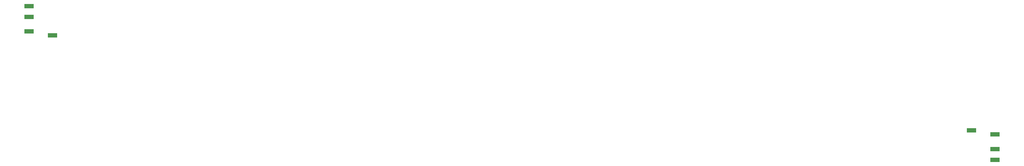
<source format=gbr>
G04 EAGLE Gerber X2 export*
%TF.Part,Single*%
%TF.FileFunction,Paste,Bot*%
%TF.FilePolarity,Positive*%
%TF.GenerationSoftware,Autodesk,EAGLE,9.1.2*%
%TF.CreationDate,2018-08-12T18:09:38Z*%
G75*
%MOMM*%
%FSLAX34Y34*%
%LPD*%
%AMOC8*
5,1,8,0,0,1.08239X$1,22.5*%
G01*
%ADD10R,2.500000X1.200000*%


D10*
X2978900Y761130D03*
X2913900Y772130D03*
X2978900Y721130D03*
X2978900Y691130D03*
X330720Y1044810D03*
X395720Y1033810D03*
X330720Y1084810D03*
X330720Y1114810D03*
M02*

</source>
